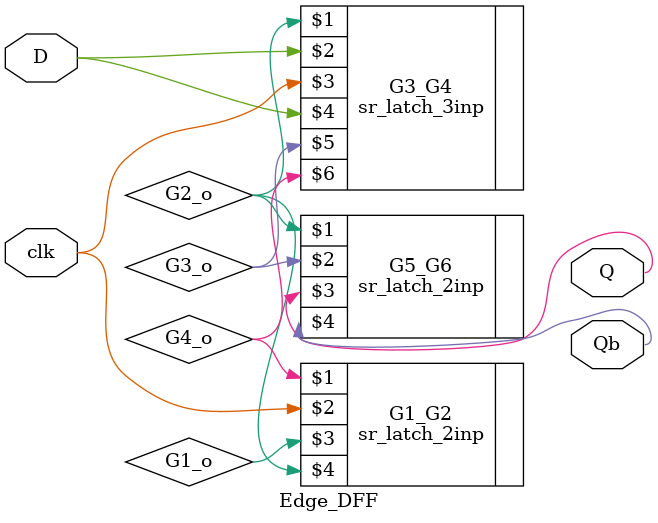
<source format=sv>
`timescale 1ns/1ns
module Edge_DFF (input D , clk, output Q, Qb);
    wire G1_o,G2_o,G3_o,G4_o;
    sr_latch_2inp G1_G2(G4_o,clk,G1_o,G2_o);
    sr_latch_3inp G3_G4(G2_o,D,clk,D,G3_o,G4_o);
    sr_latch_2inp G5_G6(G2_o,G3_o,Q,Qb);
endmodule
</source>
